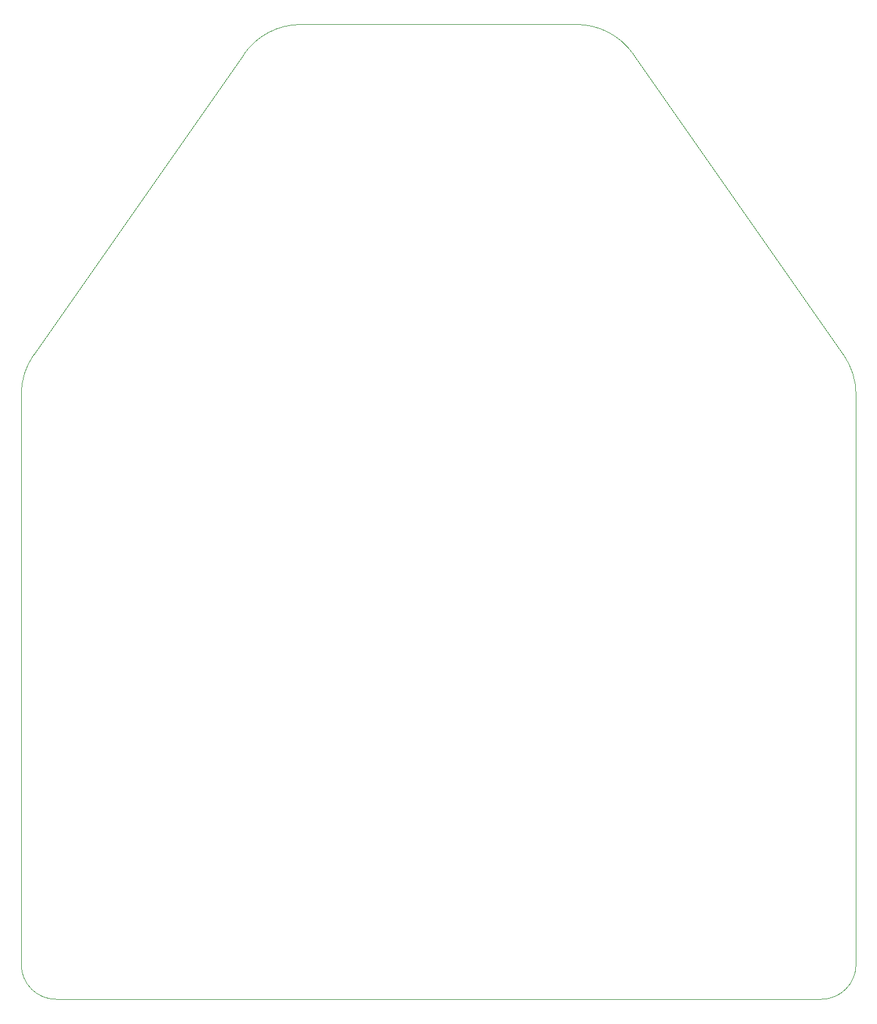
<source format=gm1>
G04 #@! TF.GenerationSoftware,KiCad,Pcbnew,6.0.2-378541a8eb~116~ubuntu20.04.1*
G04 #@! TF.CreationDate,2022-02-16T23:09:59+01:00*
G04 #@! TF.ProjectId,Main_Board,4d61696e-5f42-46f6-9172-642e6b696361,rev?*
G04 #@! TF.SameCoordinates,Original*
G04 #@! TF.FileFunction,Profile,NP*
%FSLAX46Y46*%
G04 Gerber Fmt 4.6, Leading zero omitted, Abs format (unit mm)*
G04 Created by KiCad (PCBNEW 6.0.2-378541a8eb~116~ubuntu20.04.1) date 2022-02-16 23:09:59*
%MOMM*%
%LPD*%
G01*
G04 APERTURE LIST*
G04 #@! TA.AperFunction,Profile*
%ADD10C,0.100000*%
G04 #@! TD*
G04 APERTURE END LIST*
D10*
X129495056Y-19904500D02*
G75*
G03*
X121302737Y-24169877I2J-10000003D01*
G01*
X204288499Y-159904499D02*
X94288500Y-159904499D01*
X209288499Y-73056723D02*
G75*
G03*
X207480818Y-67322100I-9999992J2D01*
G01*
X209288499Y-73056723D02*
X209288499Y-154904499D01*
X89288500Y-154904499D02*
X89288500Y-73056723D01*
X91096181Y-67322099D02*
G75*
G03*
X89288500Y-73056723I8192317J-5734623D01*
G01*
X129495056Y-19904500D02*
X169081944Y-19904500D01*
X177274263Y-24169877D02*
G75*
G03*
X169081944Y-19904500I-8192317J-5734619D01*
G01*
X89288500Y-154904499D02*
G75*
G03*
X94288500Y-159904499I5000000J0D01*
G01*
X91096181Y-67322099D02*
X121302737Y-24169877D01*
X177274263Y-24169877D02*
X207480819Y-67322099D01*
X204288499Y-159904499D02*
G75*
G03*
X209288499Y-154904499I0J5000000D01*
G01*
M02*

</source>
